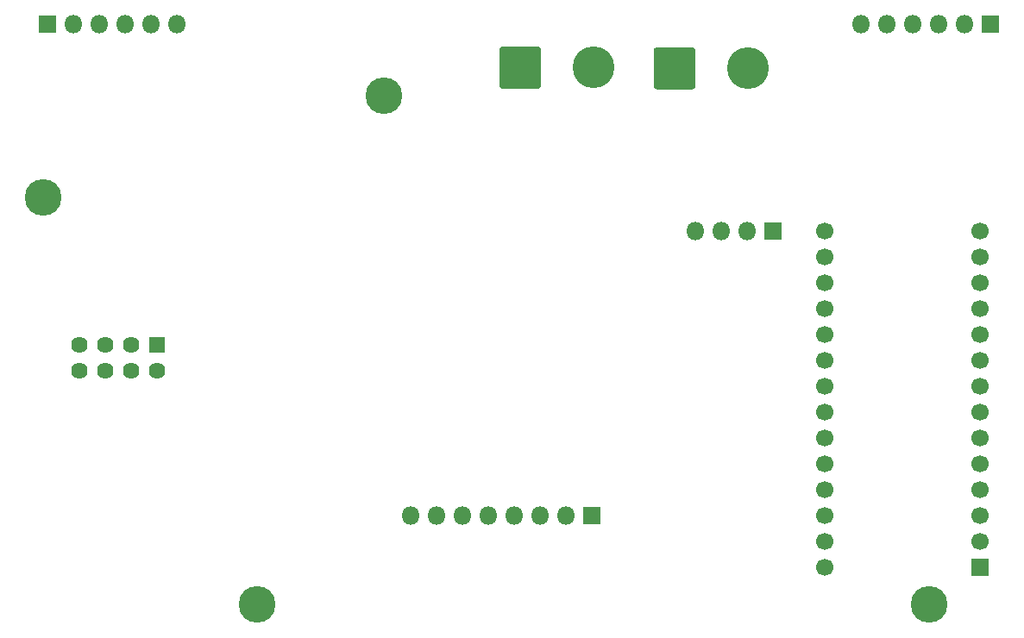
<source format=gbr>
%TF.GenerationSoftware,KiCad,Pcbnew,(5.1.6)-1*%
%TF.CreationDate,2021-03-05T09:23:02-07:00*%
%TF.ProjectId,Main Control Board,4d61696e-2043-46f6-9e74-726f6c20426f,rev?*%
%TF.SameCoordinates,Original*%
%TF.FileFunction,Soldermask,Bot*%
%TF.FilePolarity,Negative*%
%FSLAX46Y46*%
G04 Gerber Fmt 4.6, Leading zero omitted, Abs format (unit mm)*
G04 Created by KiCad (PCBNEW (5.1.6)-1) date 2021-03-05 09:23:02*
%MOMM*%
%LPD*%
G01*
G04 APERTURE LIST*
%ADD10C,3.600000*%
%ADD11C,1.624000*%
%ADD12R,1.624000X1.624000*%
%ADD13C,1.700000*%
%ADD14R,1.700000X1.700000*%
%ADD15C,4.100000*%
%ADD16O,1.800000X1.800000*%
%ADD17R,1.800000X1.800000*%
G04 APERTURE END LIST*
D10*
%TO.C,REF\u002A\u002A*%
X210032395Y-71804395D03*
%TD*%
%TO.C,REF\u002A\u002A*%
X263532395Y-121804395D03*
%TD*%
%TO.C,REF\u002A\u002A*%
X197532395Y-121804395D03*
%TD*%
%TO.C,REF\u002A\u002A*%
X176532395Y-81804395D03*
%TD*%
D11*
%TO.C,U5*%
X180160395Y-98880395D03*
X180160395Y-96340395D03*
X182700395Y-98880395D03*
X182700395Y-96340395D03*
X185240395Y-98880395D03*
X185240395Y-96340395D03*
X187780395Y-98880395D03*
D12*
X187780395Y-96340395D03*
%TD*%
D13*
%TO.C,U1*%
X253312395Y-85164395D03*
X268552395Y-85164395D03*
X253312395Y-87704395D03*
X253312395Y-90244395D03*
X253312395Y-92784395D03*
X253312395Y-95324395D03*
X253312395Y-97864395D03*
X253312395Y-100404395D03*
X253312395Y-102944395D03*
X253312395Y-105484395D03*
X253312395Y-108024395D03*
X253312395Y-110564395D03*
X253312395Y-113104395D03*
X253312395Y-115644395D03*
X253312395Y-118184395D03*
X268552395Y-87704395D03*
X268552395Y-90244395D03*
X268552395Y-92784395D03*
X268552395Y-95324395D03*
X268552395Y-97864395D03*
X268552395Y-100404395D03*
X268552395Y-102944395D03*
X268552395Y-105484395D03*
X268552395Y-108024395D03*
X268552395Y-110564395D03*
X268552395Y-113104395D03*
X268552395Y-115644395D03*
D14*
X268552395Y-118184395D03*
%TD*%
D15*
%TO.C,J6*%
X245745000Y-69162395D03*
G36*
G01*
X236495000Y-70958195D02*
X236495000Y-67366595D01*
G75*
G02*
X236749200Y-67112395I254200J0D01*
G01*
X240340800Y-67112395D01*
G75*
G02*
X240595000Y-67366595I0J-254200D01*
G01*
X240595000Y-70958195D01*
G75*
G02*
X240340800Y-71212395I-254200J0D01*
G01*
X236749200Y-71212395D01*
G75*
G02*
X236495000Y-70958195I0J254200D01*
G01*
G37*
%TD*%
D16*
%TO.C,J5*%
X240612395Y-85164395D03*
X243152395Y-85164395D03*
X245692395Y-85164395D03*
D17*
X248232395Y-85164395D03*
%TD*%
D15*
%TO.C,J4*%
X230593000Y-69088000D03*
G36*
G01*
X221343000Y-70883800D02*
X221343000Y-67292200D01*
G75*
G02*
X221597200Y-67038000I254200J0D01*
G01*
X225188800Y-67038000D01*
G75*
G02*
X225443000Y-67292200I0J-254200D01*
G01*
X225443000Y-70883800D01*
G75*
G02*
X225188800Y-71138000I-254200J0D01*
G01*
X221597200Y-71138000D01*
G75*
G02*
X221343000Y-70883800I0J254200D01*
G01*
G37*
%TD*%
D16*
%TO.C,J3*%
X189732395Y-64804395D03*
X187192395Y-64804395D03*
X184652395Y-64804395D03*
X182112395Y-64804395D03*
X179572395Y-64804395D03*
D17*
X177032395Y-64804395D03*
%TD*%
D16*
%TO.C,J2*%
X212672395Y-113104395D03*
X215212395Y-113104395D03*
X217752395Y-113104395D03*
X220292395Y-113104395D03*
X222832395Y-113104395D03*
X225372395Y-113104395D03*
X227912395Y-113104395D03*
D17*
X230452395Y-113104395D03*
%TD*%
D16*
%TO.C,J1*%
X256872395Y-64804395D03*
X259412395Y-64804395D03*
X261952395Y-64804395D03*
X264492395Y-64804395D03*
X267032395Y-64804395D03*
D17*
X269572395Y-64804395D03*
%TD*%
M02*

</source>
